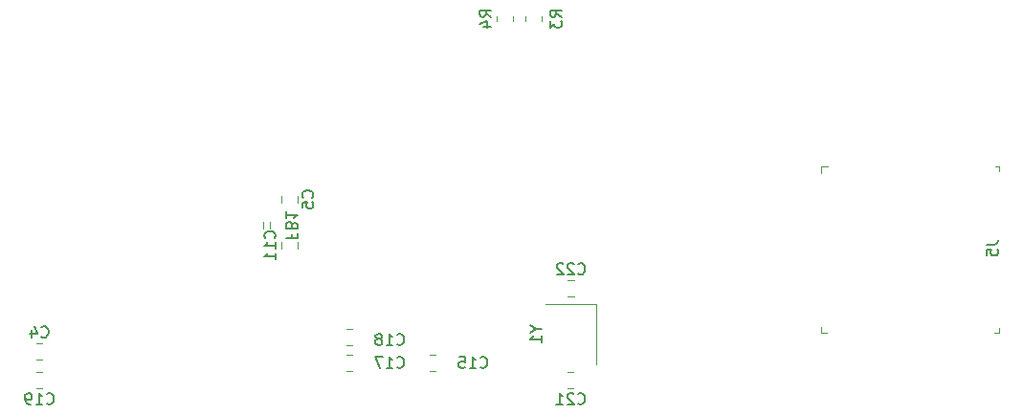
<source format=gbo>
%TF.GenerationSoftware,KiCad,Pcbnew,5.1.8*%
%TF.CreationDate,2020-11-24T20:22:10-06:00*%
%TF.ProjectId,e54-GFX-Development-Board,6535342d-4746-4582-9d44-6576656c6f70,rev?*%
%TF.SameCoordinates,Original*%
%TF.FileFunction,Legend,Bot*%
%TF.FilePolarity,Positive*%
%FSLAX46Y46*%
G04 Gerber Fmt 4.6, Leading zero omitted, Abs format (unit mm)*
G04 Created by KiCad (PCBNEW 5.1.8) date 2020-11-24 20:22:10*
%MOMM*%
%LPD*%
G01*
G04 APERTURE LIST*
%ADD10C,0.120000*%
%ADD11C,0.100000*%
%ADD12C,0.150000*%
G04 APERTURE END LIST*
D10*
%TO.C,Y1*%
X158206000Y-103218000D02*
X158206000Y-108618000D01*
X153706000Y-103218000D02*
X158206000Y-103218000D01*
%TO.C,R4*%
X150849000Y-77750936D02*
X150849000Y-78205064D01*
X149379000Y-77750936D02*
X149379000Y-78205064D01*
%TO.C,R3*%
X153389000Y-77750936D02*
X153389000Y-78205064D01*
X151919000Y-77750936D02*
X151919000Y-78205064D01*
D11*
%TO.C,J5*%
X193901000Y-91030000D02*
X193526000Y-91030000D01*
X193901000Y-91480000D02*
X193901000Y-91030000D01*
X193901000Y-105805000D02*
X193476000Y-105805000D01*
X193901000Y-105355000D02*
X193901000Y-105805000D01*
X178151000Y-91030000D02*
X178676000Y-91030000D01*
X178151000Y-91630000D02*
X178151000Y-91030000D01*
X178151000Y-105805000D02*
X178601000Y-105805000D01*
X178151000Y-105280000D02*
X178151000Y-105805000D01*
D10*
%TO.C,FB1*%
X129332000Y-96566000D02*
X129332000Y-95966000D01*
X128732000Y-96566000D02*
X128732000Y-95966000D01*
%TO.C,C22*%
X156238752Y-102589000D02*
X155716248Y-102589000D01*
X156238752Y-101119000D02*
X155716248Y-101119000D01*
%TO.C,C21*%
X155694748Y-109247000D02*
X156217252Y-109247000D01*
X155694748Y-110717000D02*
X156217252Y-110717000D01*
%TO.C,C19*%
X108704748Y-109247000D02*
X109227252Y-109247000D01*
X108704748Y-110717000D02*
X109227252Y-110717000D01*
%TO.C,C18*%
X136136748Y-105437000D02*
X136659252Y-105437000D01*
X136136748Y-106907000D02*
X136659252Y-106907000D01*
%TO.C,C17*%
X136136748Y-107723000D02*
X136659252Y-107723000D01*
X136136748Y-109193000D02*
X136659252Y-109193000D01*
%TO.C,C15*%
X143502748Y-107723000D02*
X144025252Y-107723000D01*
X143502748Y-109193000D02*
X144025252Y-109193000D01*
%TO.C,C11*%
X131799000Y-97782748D02*
X131799000Y-98305252D01*
X130329000Y-97782748D02*
X130329000Y-98305252D01*
%TO.C,C5*%
X130329000Y-94241252D02*
X130329000Y-93718748D01*
X131799000Y-94241252D02*
X131799000Y-93718748D01*
%TO.C,C4*%
X109227252Y-108177000D02*
X108704748Y-108177000D01*
X109227252Y-106707000D02*
X108704748Y-106707000D01*
%TO.C,Y1*%
D12*
X152882190Y-105441809D02*
X153358380Y-105441809D01*
X152358380Y-105108476D02*
X152882190Y-105441809D01*
X152358380Y-105775142D01*
X153358380Y-106632285D02*
X153358380Y-106060857D01*
X153358380Y-106346571D02*
X152358380Y-106346571D01*
X152501238Y-106251333D01*
X152596476Y-106156095D01*
X152644095Y-106060857D01*
%TO.C,R4*%
X148916380Y-77811333D02*
X148440190Y-77478000D01*
X148916380Y-77239904D02*
X147916380Y-77239904D01*
X147916380Y-77620857D01*
X147964000Y-77716095D01*
X148011619Y-77763714D01*
X148106857Y-77811333D01*
X148249714Y-77811333D01*
X148344952Y-77763714D01*
X148392571Y-77716095D01*
X148440190Y-77620857D01*
X148440190Y-77239904D01*
X148249714Y-78668476D02*
X148916380Y-78668476D01*
X147868761Y-78430380D02*
X148583047Y-78192285D01*
X148583047Y-78811333D01*
%TO.C,R3*%
X155138380Y-77811333D02*
X154662190Y-77478000D01*
X155138380Y-77239904D02*
X154138380Y-77239904D01*
X154138380Y-77620857D01*
X154186000Y-77716095D01*
X154233619Y-77763714D01*
X154328857Y-77811333D01*
X154471714Y-77811333D01*
X154566952Y-77763714D01*
X154614571Y-77716095D01*
X154662190Y-77620857D01*
X154662190Y-77239904D01*
X154138380Y-78144666D02*
X154138380Y-78763714D01*
X154519333Y-78430380D01*
X154519333Y-78573238D01*
X154566952Y-78668476D01*
X154614571Y-78716095D01*
X154709809Y-78763714D01*
X154947904Y-78763714D01*
X155043142Y-78716095D01*
X155090761Y-78668476D01*
X155138380Y-78573238D01*
X155138380Y-78287523D01*
X155090761Y-78192285D01*
X155043142Y-78144666D01*
%TO.C,J5*%
X192746380Y-97964666D02*
X193460666Y-97964666D01*
X193603523Y-97917047D01*
X193698761Y-97821809D01*
X193746380Y-97678952D01*
X193746380Y-97583714D01*
X192746380Y-98917047D02*
X192746380Y-98440857D01*
X193222571Y-98393238D01*
X193174952Y-98440857D01*
X193127333Y-98536095D01*
X193127333Y-98774190D01*
X193174952Y-98869428D01*
X193222571Y-98917047D01*
X193317809Y-98964666D01*
X193555904Y-98964666D01*
X193651142Y-98917047D01*
X193698761Y-98869428D01*
X193746380Y-98774190D01*
X193746380Y-98536095D01*
X193698761Y-98440857D01*
X193651142Y-98393238D01*
%TO.C,FB1*%
X131303428Y-97099333D02*
X131303428Y-97432666D01*
X130779619Y-97432666D02*
X131779619Y-97432666D01*
X131779619Y-96956476D01*
X131303428Y-96242190D02*
X131255809Y-96099333D01*
X131208190Y-96051714D01*
X131112952Y-96004095D01*
X130970095Y-96004095D01*
X130874857Y-96051714D01*
X130827238Y-96099333D01*
X130779619Y-96194571D01*
X130779619Y-96575523D01*
X131779619Y-96575523D01*
X131779619Y-96242190D01*
X131732000Y-96146952D01*
X131684380Y-96099333D01*
X131589142Y-96051714D01*
X131493904Y-96051714D01*
X131398666Y-96099333D01*
X131351047Y-96146952D01*
X131303428Y-96242190D01*
X131303428Y-96575523D01*
X130779619Y-95051714D02*
X130779619Y-95623142D01*
X130779619Y-95337428D02*
X131779619Y-95337428D01*
X131636761Y-95432666D01*
X131541523Y-95527904D01*
X131493904Y-95623142D01*
%TO.C,C22*%
X156620357Y-100531142D02*
X156667976Y-100578761D01*
X156810833Y-100626380D01*
X156906071Y-100626380D01*
X157048928Y-100578761D01*
X157144166Y-100483523D01*
X157191785Y-100388285D01*
X157239404Y-100197809D01*
X157239404Y-100054952D01*
X157191785Y-99864476D01*
X157144166Y-99769238D01*
X157048928Y-99674000D01*
X156906071Y-99626380D01*
X156810833Y-99626380D01*
X156667976Y-99674000D01*
X156620357Y-99721619D01*
X156239404Y-99721619D02*
X156191785Y-99674000D01*
X156096547Y-99626380D01*
X155858452Y-99626380D01*
X155763214Y-99674000D01*
X155715595Y-99721619D01*
X155667976Y-99816857D01*
X155667976Y-99912095D01*
X155715595Y-100054952D01*
X156287023Y-100626380D01*
X155667976Y-100626380D01*
X155287023Y-99721619D02*
X155239404Y-99674000D01*
X155144166Y-99626380D01*
X154906071Y-99626380D01*
X154810833Y-99674000D01*
X154763214Y-99721619D01*
X154715595Y-99816857D01*
X154715595Y-99912095D01*
X154763214Y-100054952D01*
X155334642Y-100626380D01*
X154715595Y-100626380D01*
%TO.C,C21*%
X156598857Y-112019142D02*
X156646476Y-112066761D01*
X156789333Y-112114380D01*
X156884571Y-112114380D01*
X157027428Y-112066761D01*
X157122666Y-111971523D01*
X157170285Y-111876285D01*
X157217904Y-111685809D01*
X157217904Y-111542952D01*
X157170285Y-111352476D01*
X157122666Y-111257238D01*
X157027428Y-111162000D01*
X156884571Y-111114380D01*
X156789333Y-111114380D01*
X156646476Y-111162000D01*
X156598857Y-111209619D01*
X156217904Y-111209619D02*
X156170285Y-111162000D01*
X156075047Y-111114380D01*
X155836952Y-111114380D01*
X155741714Y-111162000D01*
X155694095Y-111209619D01*
X155646476Y-111304857D01*
X155646476Y-111400095D01*
X155694095Y-111542952D01*
X156265523Y-112114380D01*
X155646476Y-112114380D01*
X154694095Y-112114380D02*
X155265523Y-112114380D01*
X154979809Y-112114380D02*
X154979809Y-111114380D01*
X155075047Y-111257238D01*
X155170285Y-111352476D01*
X155265523Y-111400095D01*
%TO.C,C19*%
X109608857Y-112019142D02*
X109656476Y-112066761D01*
X109799333Y-112114380D01*
X109894571Y-112114380D01*
X110037428Y-112066761D01*
X110132666Y-111971523D01*
X110180285Y-111876285D01*
X110227904Y-111685809D01*
X110227904Y-111542952D01*
X110180285Y-111352476D01*
X110132666Y-111257238D01*
X110037428Y-111162000D01*
X109894571Y-111114380D01*
X109799333Y-111114380D01*
X109656476Y-111162000D01*
X109608857Y-111209619D01*
X108656476Y-112114380D02*
X109227904Y-112114380D01*
X108942190Y-112114380D02*
X108942190Y-111114380D01*
X109037428Y-111257238D01*
X109132666Y-111352476D01*
X109227904Y-111400095D01*
X108180285Y-112114380D02*
X107989809Y-112114380D01*
X107894571Y-112066761D01*
X107846952Y-112019142D01*
X107751714Y-111876285D01*
X107704095Y-111685809D01*
X107704095Y-111304857D01*
X107751714Y-111209619D01*
X107799333Y-111162000D01*
X107894571Y-111114380D01*
X108085047Y-111114380D01*
X108180285Y-111162000D01*
X108227904Y-111209619D01*
X108275523Y-111304857D01*
X108275523Y-111542952D01*
X108227904Y-111638190D01*
X108180285Y-111685809D01*
X108085047Y-111733428D01*
X107894571Y-111733428D01*
X107799333Y-111685809D01*
X107751714Y-111638190D01*
X107704095Y-111542952D01*
%TO.C,C18*%
X140596857Y-106783142D02*
X140644476Y-106830761D01*
X140787333Y-106878380D01*
X140882571Y-106878380D01*
X141025428Y-106830761D01*
X141120666Y-106735523D01*
X141168285Y-106640285D01*
X141215904Y-106449809D01*
X141215904Y-106306952D01*
X141168285Y-106116476D01*
X141120666Y-106021238D01*
X141025428Y-105926000D01*
X140882571Y-105878380D01*
X140787333Y-105878380D01*
X140644476Y-105926000D01*
X140596857Y-105973619D01*
X139644476Y-106878380D02*
X140215904Y-106878380D01*
X139930190Y-106878380D02*
X139930190Y-105878380D01*
X140025428Y-106021238D01*
X140120666Y-106116476D01*
X140215904Y-106164095D01*
X139073047Y-106306952D02*
X139168285Y-106259333D01*
X139215904Y-106211714D01*
X139263523Y-106116476D01*
X139263523Y-106068857D01*
X139215904Y-105973619D01*
X139168285Y-105926000D01*
X139073047Y-105878380D01*
X138882571Y-105878380D01*
X138787333Y-105926000D01*
X138739714Y-105973619D01*
X138692095Y-106068857D01*
X138692095Y-106116476D01*
X138739714Y-106211714D01*
X138787333Y-106259333D01*
X138882571Y-106306952D01*
X139073047Y-106306952D01*
X139168285Y-106354571D01*
X139215904Y-106402190D01*
X139263523Y-106497428D01*
X139263523Y-106687904D01*
X139215904Y-106783142D01*
X139168285Y-106830761D01*
X139073047Y-106878380D01*
X138882571Y-106878380D01*
X138787333Y-106830761D01*
X138739714Y-106783142D01*
X138692095Y-106687904D01*
X138692095Y-106497428D01*
X138739714Y-106402190D01*
X138787333Y-106354571D01*
X138882571Y-106306952D01*
%TO.C,C17*%
X140596857Y-108815142D02*
X140644476Y-108862761D01*
X140787333Y-108910380D01*
X140882571Y-108910380D01*
X141025428Y-108862761D01*
X141120666Y-108767523D01*
X141168285Y-108672285D01*
X141215904Y-108481809D01*
X141215904Y-108338952D01*
X141168285Y-108148476D01*
X141120666Y-108053238D01*
X141025428Y-107958000D01*
X140882571Y-107910380D01*
X140787333Y-107910380D01*
X140644476Y-107958000D01*
X140596857Y-108005619D01*
X139644476Y-108910380D02*
X140215904Y-108910380D01*
X139930190Y-108910380D02*
X139930190Y-107910380D01*
X140025428Y-108053238D01*
X140120666Y-108148476D01*
X140215904Y-108196095D01*
X139311142Y-107910380D02*
X138644476Y-107910380D01*
X139073047Y-108910380D01*
%TO.C,C15*%
X147962857Y-108815142D02*
X148010476Y-108862761D01*
X148153333Y-108910380D01*
X148248571Y-108910380D01*
X148391428Y-108862761D01*
X148486666Y-108767523D01*
X148534285Y-108672285D01*
X148581904Y-108481809D01*
X148581904Y-108338952D01*
X148534285Y-108148476D01*
X148486666Y-108053238D01*
X148391428Y-107958000D01*
X148248571Y-107910380D01*
X148153333Y-107910380D01*
X148010476Y-107958000D01*
X147962857Y-108005619D01*
X147010476Y-108910380D02*
X147581904Y-108910380D01*
X147296190Y-108910380D02*
X147296190Y-107910380D01*
X147391428Y-108053238D01*
X147486666Y-108148476D01*
X147581904Y-108196095D01*
X146105714Y-107910380D02*
X146581904Y-107910380D01*
X146629523Y-108386571D01*
X146581904Y-108338952D01*
X146486666Y-108291333D01*
X146248571Y-108291333D01*
X146153333Y-108338952D01*
X146105714Y-108386571D01*
X146058095Y-108481809D01*
X146058095Y-108719904D01*
X146105714Y-108815142D01*
X146153333Y-108862761D01*
X146248571Y-108910380D01*
X146486666Y-108910380D01*
X146581904Y-108862761D01*
X146629523Y-108815142D01*
%TO.C,C11*%
X129741142Y-97401142D02*
X129788761Y-97353523D01*
X129836380Y-97210666D01*
X129836380Y-97115428D01*
X129788761Y-96972571D01*
X129693523Y-96877333D01*
X129598285Y-96829714D01*
X129407809Y-96782095D01*
X129264952Y-96782095D01*
X129074476Y-96829714D01*
X128979238Y-96877333D01*
X128884000Y-96972571D01*
X128836380Y-97115428D01*
X128836380Y-97210666D01*
X128884000Y-97353523D01*
X128931619Y-97401142D01*
X129836380Y-98353523D02*
X129836380Y-97782095D01*
X129836380Y-98067809D02*
X128836380Y-98067809D01*
X128979238Y-97972571D01*
X129074476Y-97877333D01*
X129122095Y-97782095D01*
X129836380Y-99305904D02*
X129836380Y-98734476D01*
X129836380Y-99020190D02*
X128836380Y-99020190D01*
X128979238Y-98924952D01*
X129074476Y-98829714D01*
X129122095Y-98734476D01*
%TO.C,C5*%
X133101142Y-93813333D02*
X133148761Y-93765714D01*
X133196380Y-93622857D01*
X133196380Y-93527619D01*
X133148761Y-93384761D01*
X133053523Y-93289523D01*
X132958285Y-93241904D01*
X132767809Y-93194285D01*
X132624952Y-93194285D01*
X132434476Y-93241904D01*
X132339238Y-93289523D01*
X132244000Y-93384761D01*
X132196380Y-93527619D01*
X132196380Y-93622857D01*
X132244000Y-93765714D01*
X132291619Y-93813333D01*
X132196380Y-94718095D02*
X132196380Y-94241904D01*
X132672571Y-94194285D01*
X132624952Y-94241904D01*
X132577333Y-94337142D01*
X132577333Y-94575238D01*
X132624952Y-94670476D01*
X132672571Y-94718095D01*
X132767809Y-94765714D01*
X133005904Y-94765714D01*
X133101142Y-94718095D01*
X133148761Y-94670476D01*
X133196380Y-94575238D01*
X133196380Y-94337142D01*
X133148761Y-94241904D01*
X133101142Y-94194285D01*
%TO.C,C4*%
X109132666Y-106119142D02*
X109180285Y-106166761D01*
X109323142Y-106214380D01*
X109418380Y-106214380D01*
X109561238Y-106166761D01*
X109656476Y-106071523D01*
X109704095Y-105976285D01*
X109751714Y-105785809D01*
X109751714Y-105642952D01*
X109704095Y-105452476D01*
X109656476Y-105357238D01*
X109561238Y-105262000D01*
X109418380Y-105214380D01*
X109323142Y-105214380D01*
X109180285Y-105262000D01*
X109132666Y-105309619D01*
X108275523Y-105547714D02*
X108275523Y-106214380D01*
X108513619Y-105166761D02*
X108751714Y-105881047D01*
X108132666Y-105881047D01*
%TD*%
M02*

</source>
